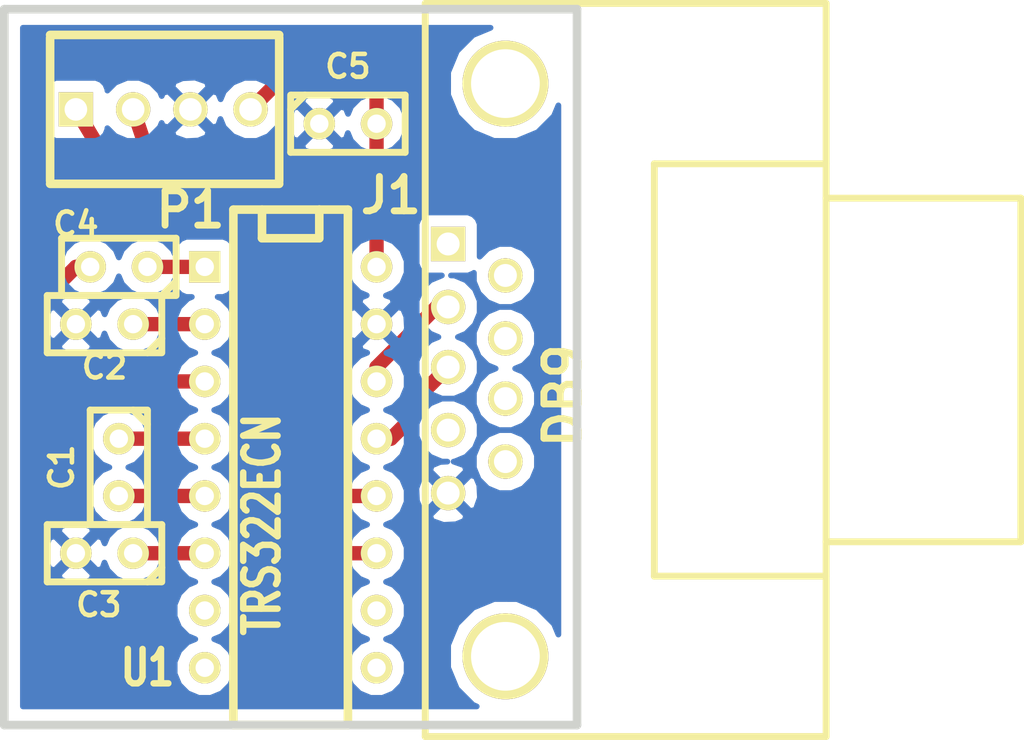
<source format=kicad_pcb>
(kicad_pcb (version 3) (host pcbnew "(2013-07-07 BZR 4022)-stable")

  (general
    (links 17)
    (no_connects 0)
    (area 121.729499 50.139599 167.411401 83.464401)
    (thickness 1.6002)
    (drawings 5)
    (tracks 37)
    (zones 0)
    (modules 8)
    (nets 13)
  )

  (page A)
  (title_block 
    (title "RS232 Interface")
    (rev -)
    (company "Open Pinball Project")
  )

  (layers
    (15 Front signal)
    (0 Back signal)
    (16 B.Adhes user)
    (17 F.Adhes user)
    (18 B.Paste user)
    (19 F.Paste user)
    (20 B.SilkS user)
    (21 F.SilkS user)
    (22 B.Mask user)
    (23 F.Mask user)
    (24 Dwgs.User user)
    (25 Cmts.User user)
    (26 Eco1.User user)
    (27 Eco2.User user)
    (28 Edge.Cuts user)
  )

  (setup
    (last_trace_width 0.2032)
    (user_trace_width 0.635)
    (trace_clearance 0.254)
    (zone_clearance 0.508)
    (zone_45_only no)
    (trace_min 0.2032)
    (segment_width 0.381)
    (edge_width 0.381)
    (via_size 0.889)
    (via_drill 0.635)
    (via_min_size 0.889)
    (via_min_drill 0.508)
    (uvia_size 0.508)
    (uvia_drill 0.127)
    (uvias_allowed no)
    (uvia_min_size 0.508)
    (uvia_min_drill 0.127)
    (pcb_text_width 0.3048)
    (pcb_text_size 1.524 2.032)
    (mod_edge_width 0.381)
    (mod_text_size 1.524 1.524)
    (mod_text_width 0.3048)
    (pad_size 1.524 1.524)
    (pad_drill 0.8128)
    (pad_to_mask_clearance 0.1524)
    (solder_mask_min_width 0.1524)
    (aux_axis_origin 144.145 53.975)
    (visible_elements 7FFFFFFF)
    (pcbplotparams
      (layerselection 14712833)
      (usegerberextensions true)
      (excludeedgelayer true)
      (linewidth 0.150000)
      (plotframeref false)
      (viasonmask false)
      (mode 1)
      (useauxorigin true)
      (hpglpennumber 1)
      (hpglpenspeed 20)
      (hpglpendiameter 15)
      (hpglpenoverlay 0)
      (psnegative false)
      (psa4output false)
      (plotreference true)
      (plotvalue true)
      (plotothertext true)
      (plotinvisibletext false)
      (padsonsilk false)
      (subtractmaskfromsilk false)
      (outputformat 1)
      (mirror false)
      (drillshape 0)
      (scaleselection 1)
      (outputdirectory Gerber/))
  )

  (net 0 "")
  (net 1 +5V)
  (net 2 GND)
  (net 3 N-000001)
  (net 4 N-0000013)
  (net 5 N-0000014)
  (net 6 N-0000015)
  (net 7 N-0000017)
  (net 8 N-0000018)
  (net 9 N-0000019)
  (net 10 N-0000020)
  (net 11 N-0000021)
  (net 12 N-000007)

  (net_class Default "This is the default net class."
    (clearance 0.254)
    (trace_width 0.2032)
    (via_dia 0.889)
    (via_drill 0.635)
    (uvia_dia 0.508)
    (uvia_drill 0.127)
    (add_net "")
    (add_net +5V)
    (add_net GND)
    (add_net N-000001)
    (add_net N-0000013)
    (add_net N-0000014)
    (add_net N-0000015)
    (add_net N-0000017)
    (add_net N-0000018)
    (add_net N-0000019)
    (add_net N-0000020)
    (add_net N-0000021)
    (add_net N-000007)
  )

  (module DIP-16__300 (layer Front) (tedit 52C484FE) (tstamp 4F9AF185)
    (at 134.62 71.12 270)
    (descr "16 pins DIL package, round pads")
    (tags DIL)
    (path /4F9AEB5E)
    (fp_text reference U1 (at 8.89 6.35 360) (layer F.SilkS)
      (effects (font (size 1.524 1.143) (thickness 0.28702)))
    )
    (fp_text value TRS322ECN (at 2.54 1.27 270) (layer F.SilkS)
      (effects (font (size 1.524 1.143) (thickness 0.28702)))
    )
    (fp_line (start -11.43 -1.27) (end -11.43 -1.27) (layer F.SilkS) (width 0.381))
    (fp_line (start -11.43 -1.27) (end -10.16 -1.27) (layer F.SilkS) (width 0.381))
    (fp_line (start -10.16 -1.27) (end -10.16 1.27) (layer F.SilkS) (width 0.381))
    (fp_line (start -10.16 1.27) (end -11.43 1.27) (layer F.SilkS) (width 0.381))
    (fp_line (start -11.43 -2.54) (end 11.43 -2.54) (layer F.SilkS) (width 0.381))
    (fp_line (start 11.43 -2.54) (end 11.43 2.54) (layer F.SilkS) (width 0.381))
    (fp_line (start 11.43 2.54) (end -11.43 2.54) (layer F.SilkS) (width 0.381))
    (fp_line (start -11.43 2.54) (end -11.43 -2.54) (layer F.SilkS) (width 0.381))
    (pad 1 thru_hole rect (at -8.89 3.81 270) (size 1.397 1.397) (drill 0.8128)
      (layers *.Cu *.Mask F.SilkS)
      (net 11 N-0000021)
    )
    (pad 2 thru_hole circle (at -6.35 3.81 270) (size 1.397 1.397) (drill 0.8128)
      (layers *.Cu *.Mask F.SilkS)
      (net 9 N-0000019)
    )
    (pad 3 thru_hole circle (at -3.81 3.81 270) (size 1.397 1.397) (drill 0.8128)
      (layers *.Cu *.Mask F.SilkS)
      (net 10 N-0000020)
    )
    (pad 4 thru_hole circle (at -1.27 3.81 270) (size 1.397 1.397) (drill 0.8128)
      (layers *.Cu *.Mask F.SilkS)
      (net 8 N-0000018)
    )
    (pad 5 thru_hole circle (at 1.27 3.81 270) (size 1.397 1.397) (drill 0.8128)
      (layers *.Cu *.Mask F.SilkS)
      (net 7 N-0000017)
    )
    (pad 6 thru_hole circle (at 3.81 3.81 270) (size 1.397 1.397) (drill 0.8128)
      (layers *.Cu *.Mask F.SilkS)
      (net 3 N-000001)
    )
    (pad 7 thru_hole circle (at 6.35 3.81 270) (size 1.397 1.397) (drill 0.8128)
      (layers *.Cu *.Mask F.SilkS)
    )
    (pad 8 thru_hole circle (at 8.89 3.81 270) (size 1.397 1.397) (drill 0.8128)
      (layers *.Cu *.Mask F.SilkS)
    )
    (pad 9 thru_hole circle (at 8.89 -3.81 270) (size 1.397 1.397) (drill 0.8128)
      (layers *.Cu *.Mask F.SilkS)
    )
    (pad 10 thru_hole circle (at 6.35 -3.81 270) (size 1.397 1.397) (drill 0.8128)
      (layers *.Cu *.Mask F.SilkS)
    )
    (pad 11 thru_hole circle (at 3.81 -3.81 270) (size 1.397 1.397) (drill 0.8128)
      (layers *.Cu *.Mask F.SilkS)
      (net 12 N-000007)
    )
    (pad 12 thru_hole circle (at 1.27 -3.81 270) (size 1.397 1.397) (drill 0.8128)
      (layers *.Cu *.Mask F.SilkS)
      (net 6 N-0000015)
    )
    (pad 13 thru_hole circle (at -1.27 -3.81 270) (size 1.397 1.397) (drill 0.8128)
      (layers *.Cu *.Mask F.SilkS)
      (net 5 N-0000014)
    )
    (pad 14 thru_hole circle (at -3.81 -3.81 270) (size 1.397 1.397) (drill 0.8128)
      (layers *.Cu *.Mask F.SilkS)
      (net 4 N-0000013)
    )
    (pad 15 thru_hole circle (at -6.35 -3.81 270) (size 1.397 1.397) (drill 0.8128)
      (layers *.Cu *.Mask F.SilkS)
      (net 2 GND)
    )
    (pad 16 thru_hole circle (at -8.89 -3.81 270) (size 1.397 1.397) (drill 0.8128)
      (layers *.Cu *.Mask F.SilkS)
      (net 1 +5V)
    )
    (model dil/dil_16.wrl
      (at (xyz 0 0 0))
      (scale (xyz 1 1 1))
      (rotate (xyz 0 0 0))
    )
  )

  (module C1 (layer Front) (tedit 4F9AF9CF) (tstamp 4F9AF187)
    (at 127 71.12 270)
    (descr "Condensateur e = 1 pas")
    (tags C)
    (path /4F9AEC37)
    (fp_text reference C1 (at 0 2.54 270) (layer F.SilkS)
      (effects (font (size 1.016 1.016) (thickness 0.2032)))
    )
    (fp_text value 1uF (at 0 -2.286 270) (layer F.SilkS) hide
      (effects (font (size 1.016 1.016) (thickness 0.2032)))
    )
    (fp_line (start -2.4892 -1.27) (end 2.54 -1.27) (layer F.SilkS) (width 0.3048))
    (fp_line (start 2.54 -1.27) (end 2.54 1.27) (layer F.SilkS) (width 0.3048))
    (fp_line (start 2.54 1.27) (end -2.54 1.27) (layer F.SilkS) (width 0.3048))
    (fp_line (start -2.54 1.27) (end -2.54 -1.27) (layer F.SilkS) (width 0.3048))
    (fp_line (start -2.54 -0.635) (end -1.905 -1.27) (layer F.SilkS) (width 0.3048))
    (pad 1 thru_hole circle (at -1.27 0 270) (size 1.397 1.397) (drill 0.8128)
      (layers *.Cu *.Mask F.SilkS)
      (net 8 N-0000018)
    )
    (pad 2 thru_hole circle (at 1.27 0 270) (size 1.397 1.397) (drill 0.8128)
      (layers *.Cu *.Mask F.SilkS)
      (net 7 N-0000017)
    )
    (model discret/capa_1_pas.wrl
      (at (xyz 0 0 0))
      (scale (xyz 1 1 1))
      (rotate (xyz 0 0 0))
    )
  )

  (module C1 (layer Front) (tedit 52C484EA) (tstamp 4F9AF189)
    (at 126.365 64.77 180)
    (descr "Condensateur e = 1 pas")
    (tags C)
    (path /4F9AEBE9)
    (fp_text reference C2 (at 0 -1.905 180) (layer F.SilkS)
      (effects (font (size 1.016 1.016) (thickness 0.2032)))
    )
    (fp_text value 1uF (at 0 -2.286 180) (layer F.SilkS) hide
      (effects (font (size 1.016 1.016) (thickness 0.2032)))
    )
    (fp_line (start -2.4892 -1.27) (end 2.54 -1.27) (layer F.SilkS) (width 0.3048))
    (fp_line (start 2.54 -1.27) (end 2.54 1.27) (layer F.SilkS) (width 0.3048))
    (fp_line (start 2.54 1.27) (end -2.54 1.27) (layer F.SilkS) (width 0.3048))
    (fp_line (start -2.54 1.27) (end -2.54 -1.27) (layer F.SilkS) (width 0.3048))
    (fp_line (start -2.54 -0.635) (end -1.905 -1.27) (layer F.SilkS) (width 0.3048))
    (pad 1 thru_hole circle (at -1.27 0 180) (size 1.397 1.397) (drill 0.8128)
      (layers *.Cu *.Mask F.SilkS)
      (net 9 N-0000019)
    )
    (pad 2 thru_hole circle (at 1.27 0 180) (size 1.397 1.397) (drill 0.8128)
      (layers *.Cu *.Mask F.SilkS)
      (net 2 GND)
    )
    (model discret/capa_1_pas.wrl
      (at (xyz 0 0 0))
      (scale (xyz 1 1 1))
      (rotate (xyz 0 0 0))
    )
  )

  (module C1 (layer Front) (tedit 3F92C496) (tstamp 4F9AF18B)
    (at 126.365 74.93 180)
    (descr "Condensateur e = 1 pas")
    (tags C)
    (path /4F9AEC4D)
    (fp_text reference C3 (at 0.254 -2.286 180) (layer F.SilkS)
      (effects (font (size 1.016 1.016) (thickness 0.2032)))
    )
    (fp_text value 1uF (at 0 -2.286 180) (layer F.SilkS) hide
      (effects (font (size 1.016 1.016) (thickness 0.2032)))
    )
    (fp_line (start -2.4892 -1.27) (end 2.54 -1.27) (layer F.SilkS) (width 0.3048))
    (fp_line (start 2.54 -1.27) (end 2.54 1.27) (layer F.SilkS) (width 0.3048))
    (fp_line (start 2.54 1.27) (end -2.54 1.27) (layer F.SilkS) (width 0.3048))
    (fp_line (start -2.54 1.27) (end -2.54 -1.27) (layer F.SilkS) (width 0.3048))
    (fp_line (start -2.54 -0.635) (end -1.905 -1.27) (layer F.SilkS) (width 0.3048))
    (pad 1 thru_hole circle (at -1.27 0 180) (size 1.397 1.397) (drill 0.8128)
      (layers *.Cu *.Mask F.SilkS)
      (net 3 N-000001)
    )
    (pad 2 thru_hole circle (at 1.27 0 180) (size 1.397 1.397) (drill 0.8128)
      (layers *.Cu *.Mask F.SilkS)
      (net 2 GND)
    )
    (model discret/capa_1_pas.wrl
      (at (xyz 0 0 0))
      (scale (xyz 1 1 1))
      (rotate (xyz 0 0 0))
    )
  )

  (module C1 (layer Front) (tedit 52C484DA) (tstamp 4F9AF18D)
    (at 127 62.23 180)
    (descr "Condensateur e = 1 pas")
    (tags C)
    (path /4F9AEBC5)
    (fp_text reference C4 (at 1.905 1.905 180) (layer F.SilkS)
      (effects (font (size 1.016 1.016) (thickness 0.2032)))
    )
    (fp_text value 1uF (at 0 -2.286 180) (layer F.SilkS) hide
      (effects (font (size 1.016 1.016) (thickness 0.2032)))
    )
    (fp_line (start -2.4892 -1.27) (end 2.54 -1.27) (layer F.SilkS) (width 0.3048))
    (fp_line (start 2.54 -1.27) (end 2.54 1.27) (layer F.SilkS) (width 0.3048))
    (fp_line (start 2.54 1.27) (end -2.54 1.27) (layer F.SilkS) (width 0.3048))
    (fp_line (start -2.54 1.27) (end -2.54 -1.27) (layer F.SilkS) (width 0.3048))
    (fp_line (start -2.54 -0.635) (end -1.905 -1.27) (layer F.SilkS) (width 0.3048))
    (pad 1 thru_hole circle (at -1.27 0 180) (size 1.397 1.397) (drill 0.8128)
      (layers *.Cu *.Mask F.SilkS)
      (net 11 N-0000021)
    )
    (pad 2 thru_hole circle (at 1.27 0 180) (size 1.397 1.397) (drill 0.8128)
      (layers *.Cu *.Mask F.SilkS)
      (net 10 N-0000020)
    )
    (model discret/capa_1_pas.wrl
      (at (xyz 0 0 0))
      (scale (xyz 1 1 1))
      (rotate (xyz 0 0 0))
    )
  )

  (module 00_th1x4x100-lock (layer Front) (tedit 52C484B9) (tstamp 52B8E4A3)
    (at 128.905 55.245)
    (path /4F9AECEA)
    (fp_text reference P1 (at 1.27 4.445) (layer F.SilkS)
      (effects (font (size 1.524 1.524) (thickness 0.3048)))
    )
    (fp_text value CONN_4 (at 0 2.54) (layer F.SilkS) hide
      (effects (font (size 1.524 1.524) (thickness 0.3048)))
    )
    (fp_line (start -4.953 3.302) (end 5.207 3.302) (layer F.SilkS) (width 0.381))
    (fp_line (start -4.953 -3.302) (end 5.207 -3.302) (layer F.SilkS) (width 0.381))
    (fp_line (start 5.207 -3.175) (end 5.207 3.175) (layer F.SilkS) (width 0.381))
    (fp_line (start -4.953 3.175) (end -4.953 -3.175) (layer F.SilkS) (width 0.381))
    (pad 1 thru_hole rect (at -3.81 0) (size 1.524 1.524) (drill 1.00076)
      (layers *.Cu *.Mask F.SilkS)
      (net 12 N-000007)
    )
    (pad 2 thru_hole circle (at -1.27 0) (size 1.524 1.524) (drill 1.00076)
      (layers *.Cu *.Mask F.SilkS)
      (net 6 N-0000015)
    )
    (pad 3 thru_hole circle (at 1.27 0) (size 1.524 1.524) (drill 1.00076)
      (layers *.Cu *.Mask F.SilkS)
      (net 2 GND)
    )
    (pad 4 thru_hole circle (at 3.937 0) (size 1.524 1.524) (drill 1.00076)
      (layers *.Cu *.Mask F.SilkS)
      (net 1 +5V)
    )
  )

  (module C1 (layer Front) (tedit 52B8E54D) (tstamp 4F9AF6AF)
    (at 137.16 55.88)
    (descr "Condensateur e = 1 pas")
    (tags C)
    (path /4F9AF590)
    (fp_text reference C5 (at 0 -2.54) (layer F.SilkS)
      (effects (font (size 1.016 1.016) (thickness 0.2032)))
    )
    (fp_text value 1uF (at 0 -2.286) (layer F.SilkS) hide
      (effects (font (size 1.016 1.016) (thickness 0.2032)))
    )
    (fp_line (start -2.4892 -1.27) (end 2.54 -1.27) (layer F.SilkS) (width 0.3048))
    (fp_line (start 2.54 -1.27) (end 2.54 1.27) (layer F.SilkS) (width 0.3048))
    (fp_line (start 2.54 1.27) (end -2.54 1.27) (layer F.SilkS) (width 0.3048))
    (fp_line (start -2.54 1.27) (end -2.54 -1.27) (layer F.SilkS) (width 0.3048))
    (fp_line (start -2.54 -0.635) (end -1.905 -1.27) (layer F.SilkS) (width 0.3048))
    (pad 1 thru_hole circle (at -1.27 0) (size 1.397 1.397) (drill 0.8128)
      (layers *.Cu *.Mask F.SilkS)
      (net 2 GND)
    )
    (pad 2 thru_hole circle (at 1.27 0) (size 1.397 1.397) (drill 0.8128)
      (layers *.Cu *.Mask F.SilkS)
      (net 1 +5V)
    )
    (model discret/capa_1_pas.wrl
      (at (xyz 0 0 0))
      (scale (xyz 1 1 1))
      (rotate (xyz 0 0 0))
    )
  )

  (module DB9FC (layer Front) (tedit 52C484F9) (tstamp 4F9AF186)
    (at 142.875 66.675 270)
    (descr "Connecteur DB9 femelle couche")
    (tags "CONN DB9")
    (path /4F9AED42)
    (fp_text reference J1 (at -7.62 3.81 360) (layer F.SilkS)
      (effects (font (size 1.524 1.524) (thickness 0.3048)))
    )
    (fp_text value DB9 (at 1.27 -3.81 270) (layer F.SilkS)
      (effects (font (size 1.524 1.524) (thickness 0.3048)))
    )
    (fp_line (start -16.129 2.286) (end 16.383 2.286) (layer F.SilkS) (width 0.3048))
    (fp_line (start 16.383 2.286) (end 16.383 -15.494) (layer F.SilkS) (width 0.3048))
    (fp_line (start 16.383 -15.494) (end -16.129 -15.494) (layer F.SilkS) (width 0.3048))
    (fp_line (start -16.129 -15.494) (end -16.129 2.286) (layer F.SilkS) (width 0.3048))
    (fp_line (start -9.017 -15.494) (end -9.017 -7.874) (layer F.SilkS) (width 0.3048))
    (fp_line (start -9.017 -7.874) (end 9.271 -7.874) (layer F.SilkS) (width 0.3048))
    (fp_line (start 9.271 -7.874) (end 9.271 -15.494) (layer F.SilkS) (width 0.3048))
    (fp_line (start -7.493 -15.494) (end -7.493 -24.13) (layer F.SilkS) (width 0.3048))
    (fp_line (start -7.493 -24.13) (end 7.747 -24.13) (layer F.SilkS) (width 0.3048))
    (fp_line (start 7.747 -24.13) (end 7.747 -15.494) (layer F.SilkS) (width 0.3048))
    (pad "" thru_hole circle (at 12.827 -1.27 270) (size 3.81 3.81) (drill 3.048)
      (layers *.Cu *.Mask F.SilkS)
    )
    (pad "" thru_hole circle (at -12.573 -1.27 270) (size 3.81 3.81) (drill 3.048)
      (layers *.Cu *.Mask F.SilkS)
    )
    (pad 1 thru_hole rect (at -5.461 1.27 270) (size 1.524 1.524) (drill 1.016)
      (layers *.Cu *.Mask F.SilkS)
    )
    (pad 2 thru_hole circle (at -2.667 1.27 270) (size 1.524 1.524) (drill 1.016)
      (layers *.Cu *.Mask F.SilkS)
      (net 4 N-0000013)
    )
    (pad 3 thru_hole circle (at 0 1.27 270) (size 1.524 1.524) (drill 1.016)
      (layers *.Cu *.Mask F.SilkS)
      (net 5 N-0000014)
    )
    (pad 4 thru_hole circle (at 2.794 1.27 270) (size 1.524 1.524) (drill 1.016)
      (layers *.Cu *.Mask F.SilkS)
    )
    (pad 5 thru_hole circle (at 5.588 1.27 270) (size 1.524 1.524) (drill 1.016)
      (layers *.Cu *.Mask F.SilkS)
      (net 2 GND)
    )
    (pad 6 thru_hole circle (at -4.064 -1.27 270) (size 1.524 1.524) (drill 1.016)
      (layers *.Cu *.Mask F.SilkS)
    )
    (pad 7 thru_hole circle (at -1.27 -1.27 270) (size 1.524 1.524) (drill 1.016)
      (layers *.Cu *.Mask F.SilkS)
    )
    (pad 8 thru_hole circle (at 1.397 -1.27 270) (size 1.524 1.524) (drill 1.016)
      (layers *.Cu *.Mask F.SilkS)
    )
    (pad 9 thru_hole circle (at 4.191 -1.27 270) (size 1.524 1.524) (drill 1.016)
      (layers *.Cu *.Mask F.SilkS)
    )
    (model conn_DBxx/db9_female_pin90deg.wrl
      (at (xyz 0 0 0))
      (scale (xyz 1 1 1))
      (rotate (xyz 0 0 0))
    )
  )

  (target plus (at 144.145 79.375) (size 0.005) (width 0.381) (layer Edge.Cuts))
  (gr_line (start 147.32 50.8) (end 121.92 50.8) (angle 90) (layer Edge.Cuts) (width 0.381))
  (gr_line (start 147.32 82.55) (end 147.32 50.8) (angle 90) (layer Edge.Cuts) (width 0.381))
  (gr_line (start 121.92 82.55) (end 147.32 82.55) (angle 90) (layer Edge.Cuts) (width 0.381))
  (gr_line (start 121.92 50.8) (end 121.92 82.55) (angle 90) (layer Edge.Cuts) (width 0.381))

  (segment (start 138.43 55.88) (end 138.43 54.61) (width 0.635) (layer Front) (net 1))
  (segment (start 134.747 53.34) (end 132.842 55.245) (width 0.635) (layer Front) (net 1) (tstamp 52C48440))
  (segment (start 137.16 53.34) (end 134.747 53.34) (width 0.635) (layer Front) (net 1) (tstamp 52C4843E))
  (segment (start 138.43 54.61) (end 137.16 53.34) (width 0.635) (layer Front) (net 1) (tstamp 52C4843B))
  (segment (start 138.43 55.88) (end 138.43 62.23) (width 0.635) (layer Front) (net 1) (status 20))
  (segment (start 130.175 74.93) (end 130.81 74.93) (width 0.635) (layer Front) (net 3) (status 30))
  (segment (start 127.635 74.93) (end 130.175 74.93) (width 0.635) (layer Front) (net 3) (status 10))
  (segment (start 138.43 67.31) (end 138.43 66.675) (width 0.635) (layer Front) (net 4))
  (segment (start 141.097 64.008) (end 141.605 64.008) (width 0.635) (layer Front) (net 4) (tstamp 52C48457))
  (segment (start 138.43 66.675) (end 141.097 64.008) (width 0.635) (layer Front) (net 4) (tstamp 52C48454))
  (segment (start 138.43 69.85) (end 139.065 69.85) (width 0.635) (layer Front) (net 5))
  (segment (start 140.335 67.945) (end 141.605 66.675) (width 0.635) (layer Front) (net 5) (tstamp 52C48466))
  (segment (start 140.335 68.58) (end 140.335 67.945) (width 0.635) (layer Front) (net 5) (tstamp 52C48464))
  (segment (start 139.065 69.85) (end 140.335 68.58) (width 0.635) (layer Front) (net 5) (tstamp 52C48461))
  (segment (start 135.89 68.58) (end 135.89 71.12) (width 0.635) (layer Front) (net 6))
  (segment (start 127.635 55.245) (end 128.27 57.15) (width 0.635) (layer Front) (net 6) (tstamp 52B8E4F9) (status 20))
  (segment (start 135.89 59.69) (end 135.89 68.58) (width 0.635) (layer Front) (net 6) (tstamp 52B8E263))
  (segment (start 133.35 57.15) (end 135.89 59.69) (width 0.635) (layer Front) (net 6) (tstamp 52B8E25F))
  (segment (start 133.35 57.15) (end 128.27 57.15) (width 0.635) (layer Front) (net 6))
  (segment (start 137.16 72.39) (end 138.43 72.39) (width 0.635) (layer Front) (net 6) (tstamp 52C4848A))
  (segment (start 135.89 71.12) (end 137.16 72.39) (width 0.635) (layer Front) (net 6) (tstamp 52C48486))
  (segment (start 127 72.39) (end 130.81 72.39) (width 0.635) (layer Front) (net 7) (status 10))
  (segment (start 127 69.85) (end 130.81 69.85) (width 0.635) (layer Front) (net 8) (status 10))
  (segment (start 127.635 64.77) (end 130.81 64.77) (width 0.635) (layer Front) (net 9) (status 10))
  (segment (start 125.73 62.23) (end 125.095 62.23) (width 0.635) (layer Front) (net 10))
  (segment (start 125.095 67.31) (end 130.81 67.31) (width 0.635) (layer Front) (net 10) (tstamp 52C48405))
  (segment (start 123.19 65.405) (end 125.095 67.31) (width 0.635) (layer Front) (net 10) (tstamp 52C48404))
  (segment (start 123.19 64.135) (end 123.19 65.405) (width 0.635) (layer Front) (net 10) (tstamp 52C48403))
  (segment (start 125.095 62.23) (end 123.19 64.135) (width 0.635) (layer Front) (net 10) (tstamp 52C48402))
  (segment (start 130.81 62.23) (end 128.27 62.23) (width 0.635) (layer Front) (net 11) (status 20))
  (segment (start 134.62 71.12) (end 134.62 73.025) (width 0.635) (layer Front) (net 12))
  (segment (start 125.095 55.245) (end 127 58.42) (width 0.635) (layer Front) (net 12) (tstamp 52B8E505) (status 20))
  (segment (start 134.62 60.96) (end 134.62 71.12) (width 0.635) (layer Front) (net 12) (tstamp 52B8E27C))
  (segment (start 132.08 58.42) (end 134.62 60.96) (width 0.635) (layer Front) (net 12) (tstamp 52B8E278))
  (segment (start 132.08 58.42) (end 127 58.42) (width 0.635) (layer Front) (net 12))
  (segment (start 136.525 74.93) (end 138.43 74.93) (width 0.635) (layer Front) (net 12) (tstamp 52C48482))
  (segment (start 134.62 73.025) (end 136.525 74.93) (width 0.635) (layer Front) (net 12) (tstamp 52C4847F))

  (zone (net 2) (net_name GND) (layer Back) (tstamp 52B8E177) (hatch edge 0.508)
    (connect_pads (clearance 0.508))
    (min_thickness 0.254)
    (fill (arc_segments 16) (thermal_gap 0.508) (thermal_bridge_width 0.508))
    (polygon
      (pts
        (xy 147.32 82.55) (xy 147.32 50.8) (xy 121.92 50.8) (xy 121.92 82.55)
      )
    )
    (filled_polygon
      (pts
        (xy 146.4945 78.536871) (xy 146.299562 78.065086) (xy 145.585673 77.349949) (xy 145.542241 77.331914) (xy 145.542241 70.589339)
        (xy 145.330009 70.075697) (xy 144.93737 69.682372) (xy 144.424099 69.469244) (xy 144.421661 69.469241) (xy 144.935303 69.257009)
        (xy 145.328628 68.86437) (xy 145.541756 68.351099) (xy 145.542241 67.795339) (xy 145.330009 67.281697) (xy 144.93737 66.888372)
        (xy 144.576182 66.738394) (xy 144.935303 66.590009) (xy 145.328628 66.19737) (xy 145.541756 65.684099) (xy 145.542241 65.128339)
        (xy 145.330009 64.614697) (xy 144.93737 64.221372) (xy 144.424099 64.008244) (xy 144.421661 64.008241) (xy 144.935303 63.796009)
        (xy 145.328628 63.40337) (xy 145.541756 62.890099) (xy 145.542241 62.334339) (xy 145.330009 61.820697) (xy 144.93737 61.427372)
        (xy 144.424099 61.214244) (xy 143.868339 61.213759) (xy 143.354697 61.425991) (xy 143.00211 61.777963) (xy 143.00211 60.326245)
        (xy 142.905641 60.092771) (xy 142.727168 59.913987) (xy 142.493864 59.817111) (xy 142.241245 59.81689) (xy 140.717245 59.81689)
        (xy 140.483771 59.913359) (xy 140.304987 60.091832) (xy 140.208111 60.325136) (xy 140.20789 60.577755) (xy 140.20789 62.101755)
        (xy 140.304359 62.335229) (xy 140.482832 62.514013) (xy 140.716136 62.610889) (xy 140.968755 62.61111) (xy 141.327489 62.61111)
        (xy 140.814697 62.822991) (xy 140.421372 63.21563) (xy 140.208244 63.728901) (xy 140.207759 64.284661) (xy 140.419991 64.798303)
        (xy 140.81263 65.191628) (xy 141.173817 65.341605) (xy 140.814697 65.489991) (xy 140.421372 65.88263) (xy 140.208244 66.395901)
        (xy 140.207759 66.951661) (xy 140.419991 67.465303) (xy 140.81263 67.858628) (xy 141.325901 68.071756) (xy 141.881661 68.072241)
        (xy 141.328339 68.071759) (xy 140.814697 68.283991) (xy 140.421372 68.67663) (xy 140.208244 69.189901) (xy 140.207759 69.745661)
        (xy 140.419991 70.259303) (xy 140.81263 70.652628) (xy 141.325901 70.865756) (xy 141.570702 70.865969) (xy 141.257631 70.88164)
        (xy 140.873858 71.040604) (xy 140.804393 71.282788) (xy 141.605 72.083395) (xy 142.405607 71.282788) (xy 142.336142 71.040604)
        (xy 141.847323 70.866211) (xy 141.881661 70.866241) (xy 142.395303 70.654009) (xy 142.788628 70.26137) (xy 143.001756 69.748099)
        (xy 143.002241 69.192339) (xy 142.790009 68.678697) (xy 142.39737 68.285372) (xy 141.884099 68.072244) (xy 141.881661 68.072241)
        (xy 142.395303 67.860009) (xy 142.788628 67.46737) (xy 143.001756 66.954099) (xy 143.002241 66.398339) (xy 142.790009 65.884697)
        (xy 142.39737 65.491372) (xy 142.036182 65.341394) (xy 142.395303 65.193009) (xy 142.788628 64.80037) (xy 143.001756 64.287099)
        (xy 143.002241 63.731339) (xy 142.790009 63.217697) (xy 142.39737 62.824372) (xy 141.884099 62.611244) (xy 141.730548 62.61111)
        (xy 142.492755 62.61111) (xy 142.726229 62.514641) (xy 142.748103 62.492804) (xy 142.747759 62.887661) (xy 142.959991 63.401303)
        (xy 143.35263 63.794628) (xy 143.865901 64.007756) (xy 144.421661 64.008241) (xy 143.868339 64.007759) (xy 143.354697 64.219991)
        (xy 142.961372 64.61263) (xy 142.748244 65.125901) (xy 142.747759 65.681661) (xy 142.959991 66.195303) (xy 143.35263 66.588628)
        (xy 143.713817 66.738605) (xy 143.354697 66.886991) (xy 142.961372 67.27963) (xy 142.748244 67.792901) (xy 142.747759 68.348661)
        (xy 142.959991 68.862303) (xy 143.35263 69.255628) (xy 143.865901 69.468756) (xy 144.421661 69.469241) (xy 143.868339 69.468759)
        (xy 143.354697 69.680991) (xy 142.961372 70.07363) (xy 142.748244 70.586901) (xy 142.747759 71.142661) (xy 142.959991 71.656303)
        (xy 143.35263 72.049628) (xy 143.865901 72.262756) (xy 144.421661 72.263241) (xy 144.935303 72.051009) (xy 145.328628 71.65837)
        (xy 145.541756 71.145099) (xy 145.542241 70.589339) (xy 145.542241 77.331914) (xy 144.652454 76.962442) (xy 143.641979 76.961561)
        (xy 143.014143 77.220977) (xy 143.014143 72.470696) (xy 142.98636 71.915631) (xy 142.827396 71.531858) (xy 142.585212 71.462393)
        (xy 141.784605 72.263) (xy 142.585212 73.063607) (xy 142.827396 72.994142) (xy 143.014143 72.470696) (xy 143.014143 77.220977)
        (xy 142.708086 77.347438) (xy 142.405607 77.649389) (xy 142.405607 73.243212) (xy 141.605 72.442605) (xy 141.425395 72.62221)
        (xy 141.425395 72.263) (xy 140.624788 71.462393) (xy 140.382604 71.531858) (xy 140.195857 72.055304) (xy 140.22364 72.610369)
        (xy 140.382604 72.994142) (xy 140.624788 73.063607) (xy 141.425395 72.263) (xy 141.425395 72.62221) (xy 140.804393 73.243212)
        (xy 140.873858 73.485396) (xy 141.397304 73.672143) (xy 141.952369 73.64436) (xy 142.336142 73.485396) (xy 142.405607 73.243212)
        (xy 142.405607 77.649389) (xy 141.992949 78.061327) (xy 141.605442 78.994546) (xy 141.604561 80.005021) (xy 141.990438 80.938914)
        (xy 142.704327 81.654051) (xy 142.873986 81.7245) (xy 139.775924 81.7245) (xy 139.775924 64.96252) (xy 139.76373 64.738064)
        (xy 139.76373 61.965914) (xy 139.76373 55.615914) (xy 139.561145 55.12562) (xy 139.186353 54.750174) (xy 138.696413 54.546733)
        (xy 138.165914 54.54627) (xy 137.67562 54.748855) (xy 137.300174 55.123647) (xy 137.166685 55.445122) (xy 137.059798 55.187072)
        (xy 136.824186 55.125419) (xy 136.644581 55.305024) (xy 136.644581 54.945814) (xy 136.582928 54.710202) (xy 136.08252 54.534076)
        (xy 135.552802 54.562854) (xy 135.197072 54.710202) (xy 135.135419 54.945814) (xy 135.89 55.700395) (xy 136.644581 54.945814)
        (xy 136.644581 55.305024) (xy 136.069605 55.88) (xy 136.824186 56.634581) (xy 137.059798 56.572928) (xy 137.158082 56.293683)
        (xy 137.298855 56.63438) (xy 137.673647 57.009826) (xy 138.163587 57.213267) (xy 138.694086 57.21373) (xy 139.18438 57.011145)
        (xy 139.559826 56.636353) (xy 139.763267 56.146413) (xy 139.76373 55.615914) (xy 139.76373 61.965914) (xy 139.561145 61.47562)
        (xy 139.186353 61.100174) (xy 138.696413 60.896733) (xy 138.165914 60.89627) (xy 137.67562 61.098855) (xy 137.300174 61.473647)
        (xy 137.096733 61.963587) (xy 137.09627 62.494086) (xy 137.298855 62.98438) (xy 137.673647 63.359826) (xy 137.995122 63.493314)
        (xy 137.737072 63.600202) (xy 137.675419 63.835814) (xy 138.43 64.590395) (xy 139.184581 63.835814) (xy 139.122928 63.600202)
        (xy 138.843683 63.501917) (xy 139.18438 63.361145) (xy 139.559826 62.986353) (xy 139.763267 62.496413) (xy 139.76373 61.965914)
        (xy 139.76373 64.738064) (xy 139.747146 64.432802) (xy 139.599798 64.077072) (xy 139.364186 64.015419) (xy 138.609605 64.77)
        (xy 139.364186 65.524581) (xy 139.599798 65.462928) (xy 139.775924 64.96252) (xy 139.775924 81.7245) (xy 139.76373 81.7245)
        (xy 139.76373 79.745914) (xy 139.561145 79.25562) (xy 139.186353 78.880174) (xy 138.848551 78.739906) (xy 139.18438 78.601145)
        (xy 139.559826 78.226353) (xy 139.763267 77.736413) (xy 139.76373 77.205914) (xy 139.561145 76.71562) (xy 139.186353 76.340174)
        (xy 138.848551 76.199906) (xy 139.18438 76.061145) (xy 139.559826 75.686353) (xy 139.763267 75.196413) (xy 139.76373 74.665914)
        (xy 139.561145 74.17562) (xy 139.186353 73.800174) (xy 138.848551 73.659906) (xy 139.18438 73.521145) (xy 139.559826 73.146353)
        (xy 139.763267 72.656413) (xy 139.76373 72.125914) (xy 139.561145 71.63562) (xy 139.186353 71.260174) (xy 138.848551 71.119906)
        (xy 139.18438 70.981145) (xy 139.559826 70.606353) (xy 139.763267 70.116413) (xy 139.76373 69.585914) (xy 139.561145 69.09562)
        (xy 139.186353 68.720174) (xy 138.848551 68.579906) (xy 139.18438 68.441145) (xy 139.559826 68.066353) (xy 139.763267 67.576413)
        (xy 139.76373 67.045914) (xy 139.561145 66.55562) (xy 139.186353 66.180174) (xy 138.864877 66.046685) (xy 139.122928 65.939798)
        (xy 139.184581 65.704186) (xy 138.43 64.949605) (xy 138.250395 65.12921) (xy 138.250395 64.77) (xy 137.495814 64.015419)
        (xy 137.260202 64.077072) (xy 137.084076 64.57748) (xy 137.112854 65.107198) (xy 137.260202 65.462928) (xy 137.495814 65.524581)
        (xy 138.250395 64.77) (xy 138.250395 65.12921) (xy 137.675419 65.704186) (xy 137.737072 65.939798) (xy 138.016316 66.038082)
        (xy 137.67562 66.178855) (xy 137.300174 66.553647) (xy 137.096733 67.043587) (xy 137.09627 67.574086) (xy 137.298855 68.06438)
        (xy 137.673647 68.439826) (xy 138.011448 68.580093) (xy 137.67562 68.718855) (xy 137.300174 69.093647) (xy 137.096733 69.583587)
        (xy 137.09627 70.114086) (xy 137.298855 70.60438) (xy 137.673647 70.979826) (xy 138.011448 71.120093) (xy 137.67562 71.258855)
        (xy 137.300174 71.633647) (xy 137.096733 72.123587) (xy 137.09627 72.654086) (xy 137.298855 73.14438) (xy 137.673647 73.519826)
        (xy 138.011448 73.660093) (xy 137.67562 73.798855) (xy 137.300174 74.173647) (xy 137.096733 74.663587) (xy 137.09627 75.194086)
        (xy 137.298855 75.68438) (xy 137.673647 76.059826) (xy 138.011448 76.200093) (xy 137.67562 76.338855) (xy 137.300174 76.713647)
        (xy 137.096733 77.203587) (xy 137.09627 77.734086) (xy 137.298855 78.22438) (xy 137.673647 78.599826) (xy 138.011448 78.740093)
        (xy 137.67562 78.878855) (xy 137.300174 79.253647) (xy 137.096733 79.743587) (xy 137.09627 80.274086) (xy 137.298855 80.76438)
        (xy 137.673647 81.139826) (xy 138.163587 81.343267) (xy 138.694086 81.34373) (xy 139.18438 81.141145) (xy 139.559826 80.766353)
        (xy 139.763267 80.276413) (xy 139.76373 79.745914) (xy 139.76373 81.7245) (xy 136.644581 81.7245) (xy 136.644581 56.814186)
        (xy 135.89 56.059605) (xy 135.710395 56.23921) (xy 135.710395 55.88) (xy 134.955814 55.125419) (xy 134.720202 55.187072)
        (xy 134.544076 55.68748) (xy 134.572854 56.217198) (xy 134.720202 56.572928) (xy 134.955814 56.634581) (xy 135.710395 55.88)
        (xy 135.710395 56.23921) (xy 135.135419 56.814186) (xy 135.197072 57.049798) (xy 135.69748 57.225924) (xy 136.227198 57.197146)
        (xy 136.582928 57.049798) (xy 136.644581 56.814186) (xy 136.644581 81.7245) (xy 134.239241 81.7245) (xy 134.239241 54.968339)
        (xy 134.027009 54.454697) (xy 133.63437 54.061372) (xy 133.121099 53.848244) (xy 132.565339 53.847759) (xy 132.051697 54.059991)
        (xy 131.658372 54.45263) (xy 131.515026 54.797844) (xy 131.397396 54.513858) (xy 131.155212 54.444393) (xy 130.975607 54.623998)
        (xy 130.975607 54.264788) (xy 130.906142 54.022604) (xy 130.382696 53.835857) (xy 129.827631 53.86364) (xy 129.443858 54.022604)
        (xy 129.374393 54.264788) (xy 130.175 55.065395) (xy 130.975607 54.264788) (xy 130.975607 54.623998) (xy 130.354605 55.245)
        (xy 131.155212 56.045607) (xy 131.397396 55.976142) (xy 131.506354 55.670734) (xy 131.656991 56.035303) (xy 132.04963 56.428628)
        (xy 132.562901 56.641756) (xy 133.118661 56.642241) (xy 133.632303 56.430009) (xy 134.025628 56.03737) (xy 134.238756 55.524099)
        (xy 134.239241 54.968339) (xy 134.239241 81.7245) (xy 132.14373 81.7245) (xy 132.14373 79.745914) (xy 131.941145 79.25562)
        (xy 131.566353 78.880174) (xy 131.228551 78.739906) (xy 131.56438 78.601145) (xy 131.939826 78.226353) (xy 132.143267 77.736413)
        (xy 132.14373 77.205914) (xy 131.941145 76.71562) (xy 131.566353 76.340174) (xy 131.228551 76.199906) (xy 131.56438 76.061145)
        (xy 131.939826 75.686353) (xy 132.143267 75.196413) (xy 132.14373 74.665914) (xy 131.941145 74.17562) (xy 131.566353 73.800174)
        (xy 131.228551 73.659906) (xy 131.56438 73.521145) (xy 131.939826 73.146353) (xy 132.143267 72.656413) (xy 132.14373 72.125914)
        (xy 131.941145 71.63562) (xy 131.566353 71.260174) (xy 131.228551 71.119906) (xy 131.56438 70.981145) (xy 131.939826 70.606353)
        (xy 132.143267 70.116413) (xy 132.14373 69.585914) (xy 131.941145 69.09562) (xy 131.566353 68.720174) (xy 131.228551 68.579906)
        (xy 131.56438 68.441145) (xy 131.939826 68.066353) (xy 132.143267 67.576413) (xy 132.14373 67.045914) (xy 131.941145 66.55562)
        (xy 131.566353 66.180174) (xy 131.228551 66.039906) (xy 131.56438 65.901145) (xy 131.939826 65.526353) (xy 132.143267 65.036413)
        (xy 132.14373 64.505914) (xy 131.941145 64.01562) (xy 131.566353 63.640174) (xy 131.381966 63.56361) (xy 131.634255 63.56361)
        (xy 131.867729 63.467141) (xy 132.046513 63.288668) (xy 132.143389 63.055364) (xy 132.14361 62.802745) (xy 132.14361 61.405745)
        (xy 132.047141 61.172271) (xy 131.868668 60.993487) (xy 131.635364 60.896611) (xy 131.382745 60.89639) (xy 130.975607 60.89639)
        (xy 130.975607 56.225212) (xy 130.175 55.424605) (xy 129.995395 55.60421) (xy 129.995395 55.245) (xy 129.194788 54.444393)
        (xy 128.952604 54.513858) (xy 128.902491 54.654321) (xy 128.820009 54.454697) (xy 128.42737 54.061372) (xy 127.914099 53.848244)
        (xy 127.358339 53.847759) (xy 126.844697 54.059991) (xy 126.49211 54.411963) (xy 126.49211 54.357245) (xy 126.395641 54.123771)
        (xy 126.217168 53.944987) (xy 125.983864 53.848111) (xy 125.731245 53.84789) (xy 124.207245 53.84789) (xy 123.973771 53.944359)
        (xy 123.794987 54.122832) (xy 123.698111 54.356136) (xy 123.69789 54.608755) (xy 123.69789 56.132755) (xy 123.794359 56.366229)
        (xy 123.972832 56.545013) (xy 124.206136 56.641889) (xy 124.458755 56.64211) (xy 125.982755 56.64211) (xy 126.216229 56.545641)
        (xy 126.395013 56.367168) (xy 126.491889 56.133864) (xy 126.491938 56.077323) (xy 126.84263 56.428628) (xy 127.355901 56.641756)
        (xy 127.911661 56.642241) (xy 128.425303 56.430009) (xy 128.818628 56.03737) (xy 128.898394 55.845269) (xy 128.952604 55.976142)
        (xy 129.194788 56.045607) (xy 129.995395 55.245) (xy 129.995395 55.60421) (xy 129.374393 56.225212) (xy 129.443858 56.467396)
        (xy 129.967304 56.654143) (xy 130.522369 56.62636) (xy 130.906142 56.467396) (xy 130.975607 56.225212) (xy 130.975607 60.89639)
        (xy 129.985745 60.89639) (xy 129.752271 60.992859) (xy 129.573487 61.171332) (xy 129.476611 61.404636) (xy 129.47639 61.657255)
        (xy 129.47639 61.657727) (xy 129.401145 61.47562) (xy 129.026353 61.100174) (xy 128.536413 60.896733) (xy 128.005914 60.89627)
        (xy 127.51562 61.098855) (xy 127.140174 61.473647) (xy 126.999906 61.811448) (xy 126.861145 61.47562) (xy 126.486353 61.100174)
        (xy 125.996413 60.896733) (xy 125.465914 60.89627) (xy 124.97562 61.098855) (xy 124.600174 61.473647) (xy 124.396733 61.963587)
        (xy 124.39627 62.494086) (xy 124.598855 62.98438) (xy 124.973647 63.359826) (xy 125.14679 63.431721) (xy 124.757802 63.452854)
        (xy 124.402072 63.600202) (xy 124.340419 63.835814) (xy 125.095 64.590395) (xy 125.849581 63.835814) (xy 125.787928 63.600202)
        (xy 125.683533 63.563458) (xy 125.994086 63.56373) (xy 126.48438 63.361145) (xy 126.859826 62.986353) (xy 127.000093 62.648551)
        (xy 127.138855 62.98438) (xy 127.513647 63.359826) (xy 127.698432 63.436555) (xy 127.370914 63.43627) (xy 126.88062 63.638855)
        (xy 126.505174 64.013647) (xy 126.371685 64.335122) (xy 126.264798 64.077072) (xy 126.029186 64.015419) (xy 125.274605 64.77)
        (xy 126.029186 65.524581) (xy 126.264798 65.462928) (xy 126.363082 65.183683) (xy 126.503855 65.52438) (xy 126.878647 65.899826)
        (xy 127.368587 66.103267) (xy 127.899086 66.10373) (xy 128.38938 65.901145) (xy 128.764826 65.526353) (xy 128.968267 65.036413)
        (xy 128.96873 64.505914) (xy 128.766145 64.01562) (xy 128.391353 63.640174) (xy 128.206567 63.563444) (xy 128.534086 63.56373)
        (xy 129.02438 63.361145) (xy 129.399826 62.986353) (xy 129.47639 62.801966) (xy 129.47639 63.054255) (xy 129.572859 63.287729)
        (xy 129.751332 63.466513) (xy 129.984636 63.563389) (xy 130.237255 63.56361) (xy 130.237727 63.56361) (xy 130.05562 63.638855)
        (xy 129.680174 64.013647) (xy 129.476733 64.503587) (xy 129.47627 65.034086) (xy 129.678855 65.52438) (xy 130.053647 65.899826)
        (xy 130.391448 66.040093) (xy 130.05562 66.178855) (xy 129.680174 66.553647) (xy 129.476733 67.043587) (xy 129.47627 67.574086)
        (xy 129.678855 68.06438) (xy 130.053647 68.439826) (xy 130.391448 68.580093) (xy 130.05562 68.718855) (xy 129.680174 69.093647)
        (xy 129.476733 69.583587) (xy 129.47627 70.114086) (xy 129.678855 70.60438) (xy 130.053647 70.979826) (xy 130.391448 71.120093)
        (xy 130.05562 71.258855) (xy 129.680174 71.633647) (xy 129.476733 72.123587) (xy 129.47627 72.654086) (xy 129.678855 73.14438)
        (xy 130.053647 73.519826) (xy 130.391448 73.660093) (xy 130.05562 73.798855) (xy 129.680174 74.173647) (xy 129.476733 74.663587)
        (xy 129.47627 75.194086) (xy 129.678855 75.68438) (xy 130.053647 76.059826) (xy 130.391448 76.200093) (xy 130.05562 76.338855)
        (xy 129.680174 76.713647) (xy 129.476733 77.203587) (xy 129.47627 77.734086) (xy 129.678855 78.22438) (xy 130.053647 78.599826)
        (xy 130.391448 78.740093) (xy 130.05562 78.878855) (xy 129.680174 79.253647) (xy 129.476733 79.743587) (xy 129.47627 80.274086)
        (xy 129.678855 80.76438) (xy 130.053647 81.139826) (xy 130.543587 81.343267) (xy 131.074086 81.34373) (xy 131.56438 81.141145)
        (xy 131.939826 80.766353) (xy 132.143267 80.276413) (xy 132.14373 79.745914) (xy 132.14373 81.7245) (xy 128.96873 81.7245)
        (xy 128.96873 74.665914) (xy 128.766145 74.17562) (xy 128.391353 73.800174) (xy 127.901413 73.596733) (xy 127.572138 73.596445)
        (xy 127.75438 73.521145) (xy 128.129826 73.146353) (xy 128.333267 72.656413) (xy 128.33373 72.125914) (xy 128.131145 71.63562)
        (xy 127.756353 71.260174) (xy 127.418551 71.119906) (xy 127.75438 70.981145) (xy 128.129826 70.606353) (xy 128.333267 70.116413)
        (xy 128.33373 69.585914) (xy 128.131145 69.09562) (xy 127.756353 68.720174) (xy 127.266413 68.516733) (xy 126.735914 68.51627)
        (xy 126.24562 68.718855) (xy 125.870174 69.093647) (xy 125.849581 69.14324) (xy 125.849581 65.704186) (xy 125.095 64.949605)
        (xy 124.915395 65.12921) (xy 124.915395 64.77) (xy 124.160814 64.015419) (xy 123.925202 64.077072) (xy 123.749076 64.57748)
        (xy 123.777854 65.107198) (xy 123.925202 65.462928) (xy 124.160814 65.524581) (xy 124.915395 64.77) (xy 124.915395 65.12921)
        (xy 124.340419 65.704186) (xy 124.402072 65.939798) (xy 124.90248 66.115924) (xy 125.432198 66.087146) (xy 125.787928 65.939798)
        (xy 125.849581 65.704186) (xy 125.849581 69.14324) (xy 125.666733 69.583587) (xy 125.66627 70.114086) (xy 125.868855 70.60438)
        (xy 126.243647 70.979826) (xy 126.581448 71.120093) (xy 126.24562 71.258855) (xy 125.870174 71.633647) (xy 125.666733 72.123587)
        (xy 125.66627 72.654086) (xy 125.868855 73.14438) (xy 126.243647 73.519826) (xy 126.733587 73.723267) (xy 127.062861 73.723554)
        (xy 126.88062 73.798855) (xy 126.505174 74.173647) (xy 126.371685 74.495122) (xy 126.264798 74.237072) (xy 126.029186 74.175419)
        (xy 125.849581 74.355024) (xy 125.849581 73.995814) (xy 125.787928 73.760202) (xy 125.28752 73.584076) (xy 124.757802 73.612854)
        (xy 124.402072 73.760202) (xy 124.340419 73.995814) (xy 125.095 74.750395) (xy 125.849581 73.995814) (xy 125.849581 74.355024)
        (xy 125.274605 74.93) (xy 126.029186 75.684581) (xy 126.264798 75.622928) (xy 126.363082 75.343683) (xy 126.503855 75.68438)
        (xy 126.878647 76.059826) (xy 127.368587 76.263267) (xy 127.899086 76.26373) (xy 128.38938 76.061145) (xy 128.764826 75.686353)
        (xy 128.968267 75.196413) (xy 128.96873 74.665914) (xy 128.96873 81.7245) (xy 125.849581 81.7245) (xy 125.849581 75.864186)
        (xy 125.095 75.109605) (xy 124.915395 75.28921) (xy 124.915395 74.93) (xy 124.160814 74.175419) (xy 123.925202 74.237072)
        (xy 123.749076 74.73748) (xy 123.777854 75.267198) (xy 123.925202 75.622928) (xy 124.160814 75.684581) (xy 124.915395 74.93)
        (xy 124.915395 75.28921) (xy 124.340419 75.864186) (xy 124.402072 76.099798) (xy 124.90248 76.275924) (xy 125.432198 76.247146)
        (xy 125.787928 76.099798) (xy 125.849581 75.864186) (xy 125.849581 81.7245) (xy 122.7455 81.7245) (xy 122.7455 51.6255)
        (xy 143.487234 51.6255) (xy 142.708086 51.947438) (xy 141.992949 52.661327) (xy 141.605442 53.594546) (xy 141.604561 54.605021)
        (xy 141.990438 55.538914) (xy 142.704327 56.254051) (xy 143.637546 56.641558) (xy 144.648021 56.642439) (xy 145.581914 56.256562)
        (xy 146.297051 55.542673) (xy 146.4945 55.067163) (xy 146.4945 78.536871)
      )
    )
  )
)

</source>
